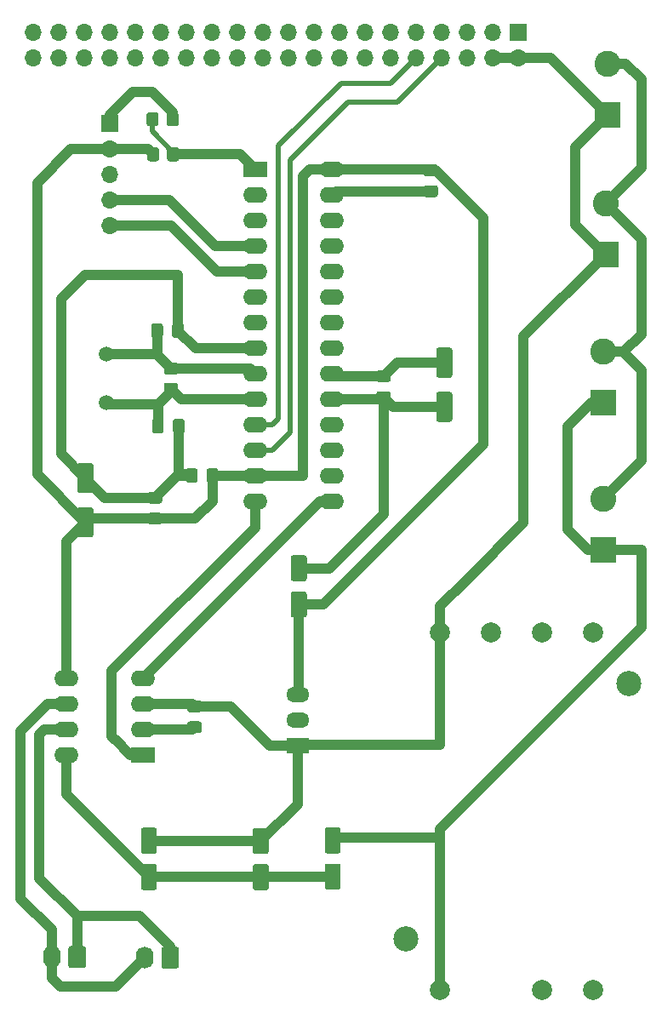
<source format=gbr>
%TF.GenerationSoftware,KiCad,Pcbnew,(5.1.10)-1*%
%TF.CreationDate,2022-05-23T16:21:35+02:00*%
%TF.ProjectId,Auto_Uart,4175746f-5f55-4617-9274-2e6b69636164,rev?*%
%TF.SameCoordinates,Original*%
%TF.FileFunction,Copper,L1,Top*%
%TF.FilePolarity,Positive*%
%FSLAX46Y46*%
G04 Gerber Fmt 4.6, Leading zero omitted, Abs format (unit mm)*
G04 Created by KiCad (PCBNEW (5.1.10)-1) date 2022-05-23 16:21:35*
%MOMM*%
%LPD*%
G01*
G04 APERTURE LIST*
%TA.AperFunction,ComponentPad*%
%ADD10O,1.700000X1.700000*%
%TD*%
%TA.AperFunction,ComponentPad*%
%ADD11R,1.700000X1.700000*%
%TD*%
%TA.AperFunction,ComponentPad*%
%ADD12C,2.000000*%
%TD*%
%TA.AperFunction,ComponentPad*%
%ADD13C,2.500000*%
%TD*%
%TA.AperFunction,ComponentPad*%
%ADD14R,2.600000X2.600000*%
%TD*%
%TA.AperFunction,ComponentPad*%
%ADD15C,2.600000*%
%TD*%
%TA.AperFunction,ComponentPad*%
%ADD16R,2.300000X1.500000*%
%TD*%
%TA.AperFunction,ComponentPad*%
%ADD17O,2.300000X1.500000*%
%TD*%
%TA.AperFunction,ComponentPad*%
%ADD18R,2.400000X1.600000*%
%TD*%
%TA.AperFunction,ComponentPad*%
%ADD19O,2.400000X1.600000*%
%TD*%
%TA.AperFunction,ComponentPad*%
%ADD20O,1.740000X2.190000*%
%TD*%
%TA.AperFunction,ComponentPad*%
%ADD21C,1.500000*%
%TD*%
%TA.AperFunction,Conductor*%
%ADD22C,0.250000*%
%TD*%
%TA.AperFunction,Conductor*%
%ADD23C,1.000000*%
%TD*%
%TA.AperFunction,Conductor*%
%ADD24C,0.500000*%
%TD*%
G04 APERTURE END LIST*
D10*
%TO.P,J1,5*%
%TO.N,/PGC*%
X-7467600Y-17627600D03*
%TO.P,J1,4*%
%TO.N,/PGD*%
X-7467600Y-15087600D03*
%TO.P,J1,3*%
%TO.N,GND*%
X-7467600Y-12547600D03*
%TO.P,J1,2*%
%TO.N,+3V3*%
X-7467600Y-10007600D03*
D11*
%TO.P,J1,1*%
%TO.N,Net-(J1-Pad1)*%
X-7467600Y-7467600D03*
%TD*%
D12*
%TO.P,PS1,1*%
%TO.N,+6V*%
X25400000Y-93599000D03*
%TO.P,PS1,2*%
%TO.N,GND*%
X35560000Y-93599000D03*
%TO.P,PS1,3*%
X40640000Y-93599000D03*
%TO.P,PS1,4*%
%TO.N,Net-(PS1-Pad4)*%
X40640000Y-58039000D03*
%TO.P,PS1,5*%
%TO.N,GND*%
X35560000Y-58039000D03*
%TO.P,PS1,6*%
%TO.N,Net-(PS1-Pad6)*%
X30480000Y-58039000D03*
%TO.P,PS1,7*%
%TO.N,+5V*%
X25400000Y-58039000D03*
D13*
%TO.P,PS1,10*%
%TO.N,GND*%
X22020000Y-88519000D03*
%TO.P,PS1,11*%
X44170000Y-63119000D03*
%TD*%
D14*
%TO.P,J7,1*%
%TO.N,+5V*%
X42011600Y-6578600D03*
D15*
%TO.P,J7,2*%
%TO.N,GND*%
X42011600Y-1498600D03*
%TD*%
D14*
%TO.P,J5,1*%
%TO.N,+6V*%
X41656000Y-35255200D03*
D15*
%TO.P,J5,2*%
%TO.N,GND*%
X41656000Y-30175200D03*
%TD*%
D16*
%TO.P,U1,1*%
%TO.N,+5V*%
X11201400Y-69342000D03*
D17*
%TO.P,U1,2*%
%TO.N,GND*%
X11201400Y-66802000D03*
%TO.P,U1,3*%
%TO.N,+3V3*%
X11201400Y-64262000D03*
%TD*%
D18*
%TO.P,IC1,1*%
%TO.N,/TXD*%
X-4191000Y-70281800D03*
D19*
%TO.P,IC1,5*%
%TO.N,+3V3*%
X-11811000Y-62661800D03*
%TO.P,IC1,2*%
%TO.N,GND*%
X-4191000Y-67741800D03*
%TO.P,IC1,6*%
%TO.N,Net-(IC1-Pad6)*%
X-11811000Y-65201800D03*
%TO.P,IC1,3*%
%TO.N,+5V*%
X-4191000Y-65201800D03*
%TO.P,IC1,7*%
%TO.N,Net-(IC1-Pad7)*%
X-11811000Y-67741800D03*
%TO.P,IC1,4*%
%TO.N,/RXD*%
X-4191000Y-62661800D03*
%TO.P,IC1,8*%
%TO.N,GND*%
X-11811000Y-70281800D03*
%TD*%
%TO.P,C1,2*%
%TO.N,GND*%
%TA.AperFunction,SMDPad,CuDef*%
G36*
G01*
X464800Y-66917900D02*
X1414800Y-66917900D01*
G75*
G02*
X1664800Y-67167900I0J-250000D01*
G01*
X1664800Y-67842900D01*
G75*
G02*
X1414800Y-68092900I-250000J0D01*
G01*
X464800Y-68092900D01*
G75*
G02*
X214800Y-67842900I0J250000D01*
G01*
X214800Y-67167900D01*
G75*
G02*
X464800Y-66917900I250000J0D01*
G01*
G37*
%TD.AperFunction*%
%TO.P,C1,1*%
%TO.N,+5V*%
%TA.AperFunction,SMDPad,CuDef*%
G36*
G01*
X464800Y-64842900D02*
X1414800Y-64842900D01*
G75*
G02*
X1664800Y-65092900I0J-250000D01*
G01*
X1664800Y-65767900D01*
G75*
G02*
X1414800Y-66017900I-250000J0D01*
G01*
X464800Y-66017900D01*
G75*
G02*
X214800Y-65767900I0J250000D01*
G01*
X214800Y-65092900D01*
G75*
G02*
X464800Y-64842900I250000J0D01*
G01*
G37*
%TD.AperFunction*%
%TD*%
%TO.P,C2,1*%
%TO.N,+3V3*%
%TA.AperFunction,SMDPad,CuDef*%
G36*
G01*
X-9356000Y-48622800D02*
X-10456000Y-48622800D01*
G75*
G02*
X-10706000Y-48372800I0J250000D01*
G01*
X-10706000Y-45872800D01*
G75*
G02*
X-10456000Y-45622800I250000J0D01*
G01*
X-9356000Y-45622800D01*
G75*
G02*
X-9106000Y-45872800I0J-250000D01*
G01*
X-9106000Y-48372800D01*
G75*
G02*
X-9356000Y-48622800I-250000J0D01*
G01*
G37*
%TD.AperFunction*%
%TO.P,C2,2*%
%TO.N,GND*%
%TA.AperFunction,SMDPad,CuDef*%
G36*
G01*
X-9356000Y-44222800D02*
X-10456000Y-44222800D01*
G75*
G02*
X-10706000Y-43972800I0J250000D01*
G01*
X-10706000Y-41472800D01*
G75*
G02*
X-10456000Y-41222800I250000J0D01*
G01*
X-9356000Y-41222800D01*
G75*
G02*
X-9106000Y-41472800I0J-250000D01*
G01*
X-9106000Y-43972800D01*
G75*
G02*
X-9356000Y-44222800I-250000J0D01*
G01*
G37*
%TD.AperFunction*%
%TD*%
%TO.P,C3,2*%
%TO.N,Net-(C3-Pad2)*%
%TA.AperFunction,SMDPad,CuDef*%
G36*
G01*
X-2104900Y-37091600D02*
X-2104900Y-38041600D01*
G75*
G02*
X-2354900Y-38291600I-250000J0D01*
G01*
X-3029900Y-38291600D01*
G75*
G02*
X-3279900Y-38041600I0J250000D01*
G01*
X-3279900Y-37091600D01*
G75*
G02*
X-3029900Y-36841600I250000J0D01*
G01*
X-2354900Y-36841600D01*
G75*
G02*
X-2104900Y-37091600I0J-250000D01*
G01*
G37*
%TD.AperFunction*%
%TO.P,C3,1*%
%TO.N,GND*%
%TA.AperFunction,SMDPad,CuDef*%
G36*
G01*
X-29900Y-37091600D02*
X-29900Y-38041600D01*
G75*
G02*
X-279900Y-38291600I-250000J0D01*
G01*
X-954900Y-38291600D01*
G75*
G02*
X-1204900Y-38041600I0J250000D01*
G01*
X-1204900Y-37091600D01*
G75*
G02*
X-954900Y-36841600I250000J0D01*
G01*
X-279900Y-36841600D01*
G75*
G02*
X-29900Y-37091600I0J-250000D01*
G01*
G37*
%TD.AperFunction*%
%TD*%
%TO.P,C4,1*%
%TO.N,+3V3*%
%TA.AperFunction,SMDPad,CuDef*%
G36*
G01*
X3330700Y-41993800D02*
X3330700Y-42943800D01*
G75*
G02*
X3080700Y-43193800I-250000J0D01*
G01*
X2405700Y-43193800D01*
G75*
G02*
X2155700Y-42943800I0J250000D01*
G01*
X2155700Y-41993800D01*
G75*
G02*
X2405700Y-41743800I250000J0D01*
G01*
X3080700Y-41743800D01*
G75*
G02*
X3330700Y-41993800I0J-250000D01*
G01*
G37*
%TD.AperFunction*%
%TO.P,C4,2*%
%TO.N,GND*%
%TA.AperFunction,SMDPad,CuDef*%
G36*
G01*
X1255700Y-41993800D02*
X1255700Y-42943800D01*
G75*
G02*
X1005700Y-43193800I-250000J0D01*
G01*
X330700Y-43193800D01*
G75*
G02*
X80700Y-42943800I0J250000D01*
G01*
X80700Y-41993800D01*
G75*
G02*
X330700Y-41743800I250000J0D01*
G01*
X1005700Y-41743800D01*
G75*
G02*
X1255700Y-41993800I0J-250000D01*
G01*
G37*
%TD.AperFunction*%
%TD*%
%TO.P,C5,1*%
%TO.N,+3V3*%
%TA.AperFunction,SMDPad,CuDef*%
G36*
G01*
X-2496800Y-47341100D02*
X-3446800Y-47341100D01*
G75*
G02*
X-3696800Y-47091100I0J250000D01*
G01*
X-3696800Y-46416100D01*
G75*
G02*
X-3446800Y-46166100I250000J0D01*
G01*
X-2496800Y-46166100D01*
G75*
G02*
X-2246800Y-46416100I0J-250000D01*
G01*
X-2246800Y-47091100D01*
G75*
G02*
X-2496800Y-47341100I-250000J0D01*
G01*
G37*
%TD.AperFunction*%
%TO.P,C5,2*%
%TO.N,GND*%
%TA.AperFunction,SMDPad,CuDef*%
G36*
G01*
X-2496800Y-45266100D02*
X-3446800Y-45266100D01*
G75*
G02*
X-3696800Y-45016100I0J250000D01*
G01*
X-3696800Y-44341100D01*
G75*
G02*
X-3446800Y-44091100I250000J0D01*
G01*
X-2496800Y-44091100D01*
G75*
G02*
X-2246800Y-44341100I0J-250000D01*
G01*
X-2246800Y-45016100D01*
G75*
G02*
X-2496800Y-45266100I-250000J0D01*
G01*
G37*
%TD.AperFunction*%
%TD*%
%TO.P,C6,1*%
%TO.N,Net-(C6-Pad1)*%
%TA.AperFunction,SMDPad,CuDef*%
G36*
G01*
X-3352200Y-28542000D02*
X-3352200Y-27592000D01*
G75*
G02*
X-3102200Y-27342000I250000J0D01*
G01*
X-2427200Y-27342000D01*
G75*
G02*
X-2177200Y-27592000I0J-250000D01*
G01*
X-2177200Y-28542000D01*
G75*
G02*
X-2427200Y-28792000I-250000J0D01*
G01*
X-3102200Y-28792000D01*
G75*
G02*
X-3352200Y-28542000I0J250000D01*
G01*
G37*
%TD.AperFunction*%
%TO.P,C6,2*%
%TO.N,GND*%
%TA.AperFunction,SMDPad,CuDef*%
G36*
G01*
X-1277200Y-28542000D02*
X-1277200Y-27592000D01*
G75*
G02*
X-1027200Y-27342000I250000J0D01*
G01*
X-352200Y-27342000D01*
G75*
G02*
X-102200Y-27592000I0J-250000D01*
G01*
X-102200Y-28542000D01*
G75*
G02*
X-352200Y-28792000I-250000J0D01*
G01*
X-1027200Y-28792000D01*
G75*
G02*
X-1277200Y-28542000I0J250000D01*
G01*
G37*
%TD.AperFunction*%
%TD*%
%TO.P,C7,1*%
%TO.N,+5V*%
%TA.AperFunction,SMDPad,CuDef*%
G36*
G01*
X-4131400Y-77497600D02*
X-3031400Y-77497600D01*
G75*
G02*
X-2781400Y-77747600I0J-250000D01*
G01*
X-2781400Y-79847600D01*
G75*
G02*
X-3031400Y-80097600I-250000J0D01*
G01*
X-4131400Y-80097600D01*
G75*
G02*
X-4381400Y-79847600I0J250000D01*
G01*
X-4381400Y-77747600D01*
G75*
G02*
X-4131400Y-77497600I250000J0D01*
G01*
G37*
%TD.AperFunction*%
%TO.P,C7,2*%
%TO.N,GND*%
%TA.AperFunction,SMDPad,CuDef*%
G36*
G01*
X-4131400Y-81097600D02*
X-3031400Y-81097600D01*
G75*
G02*
X-2781400Y-81347600I0J-250000D01*
G01*
X-2781400Y-83447600D01*
G75*
G02*
X-3031400Y-83697600I-250000J0D01*
G01*
X-4131400Y-83697600D01*
G75*
G02*
X-4381400Y-83447600I0J250000D01*
G01*
X-4381400Y-81347600D01*
G75*
G02*
X-4131400Y-81097600I250000J0D01*
G01*
G37*
%TD.AperFunction*%
%TD*%
%TO.P,C8,1*%
%TO.N,+6V*%
%TA.AperFunction,SMDPad,CuDef*%
G36*
G01*
X14156600Y-77468800D02*
X15256600Y-77468800D01*
G75*
G02*
X15506600Y-77718800I0J-250000D01*
G01*
X15506600Y-79818800D01*
G75*
G02*
X15256600Y-80068800I-250000J0D01*
G01*
X14156600Y-80068800D01*
G75*
G02*
X13906600Y-79818800I0J250000D01*
G01*
X13906600Y-77718800D01*
G75*
G02*
X14156600Y-77468800I250000J0D01*
G01*
G37*
%TD.AperFunction*%
%TO.P,C8,2*%
%TO.N,GND*%
%TA.AperFunction,SMDPad,CuDef*%
G36*
G01*
X14156600Y-81068800D02*
X15256600Y-81068800D01*
G75*
G02*
X15506600Y-81318800I0J-250000D01*
G01*
X15506600Y-83418800D01*
G75*
G02*
X15256600Y-83668800I-250000J0D01*
G01*
X14156600Y-83668800D01*
G75*
G02*
X13906600Y-83418800I0J250000D01*
G01*
X13906600Y-81318800D01*
G75*
G02*
X14156600Y-81068800I250000J0D01*
G01*
G37*
%TD.AperFunction*%
%TD*%
%TO.P,C9,2*%
%TO.N,GND*%
%TA.AperFunction,SMDPad,CuDef*%
G36*
G01*
X6993800Y-81119600D02*
X8093800Y-81119600D01*
G75*
G02*
X8343800Y-81369600I0J-250000D01*
G01*
X8343800Y-83469600D01*
G75*
G02*
X8093800Y-83719600I-250000J0D01*
G01*
X6993800Y-83719600D01*
G75*
G02*
X6743800Y-83469600I0J250000D01*
G01*
X6743800Y-81369600D01*
G75*
G02*
X6993800Y-81119600I250000J0D01*
G01*
G37*
%TD.AperFunction*%
%TO.P,C9,1*%
%TO.N,+5V*%
%TA.AperFunction,SMDPad,CuDef*%
G36*
G01*
X6993800Y-77519600D02*
X8093800Y-77519600D01*
G75*
G02*
X8343800Y-77769600I0J-250000D01*
G01*
X8343800Y-79869600D01*
G75*
G02*
X8093800Y-80119600I-250000J0D01*
G01*
X6993800Y-80119600D01*
G75*
G02*
X6743800Y-79869600I0J250000D01*
G01*
X6743800Y-77769600D01*
G75*
G02*
X6993800Y-77519600I250000J0D01*
G01*
G37*
%TD.AperFunction*%
%TD*%
%TO.P,C10,2*%
%TO.N,GND*%
%TA.AperFunction,SMDPad,CuDef*%
G36*
G01*
X11878400Y-52995800D02*
X10778400Y-52995800D01*
G75*
G02*
X10528400Y-52745800I0J250000D01*
G01*
X10528400Y-50645800D01*
G75*
G02*
X10778400Y-50395800I250000J0D01*
G01*
X11878400Y-50395800D01*
G75*
G02*
X12128400Y-50645800I0J-250000D01*
G01*
X12128400Y-52745800D01*
G75*
G02*
X11878400Y-52995800I-250000J0D01*
G01*
G37*
%TD.AperFunction*%
%TO.P,C10,1*%
%TO.N,+3V3*%
%TA.AperFunction,SMDPad,CuDef*%
G36*
G01*
X11878400Y-56595800D02*
X10778400Y-56595800D01*
G75*
G02*
X10528400Y-56345800I0J250000D01*
G01*
X10528400Y-54245800D01*
G75*
G02*
X10778400Y-53995800I250000J0D01*
G01*
X11878400Y-53995800D01*
G75*
G02*
X12128400Y-54245800I0J-250000D01*
G01*
X12128400Y-56345800D01*
G75*
G02*
X11878400Y-56595800I-250000J0D01*
G01*
G37*
%TD.AperFunction*%
%TD*%
%TO.P,C11,2*%
%TO.N,+3V3*%
%TA.AperFunction,SMDPad,CuDef*%
G36*
G01*
X24935200Y-12703300D02*
X23985200Y-12703300D01*
G75*
G02*
X23735200Y-12453300I0J250000D01*
G01*
X23735200Y-11778300D01*
G75*
G02*
X23985200Y-11528300I250000J0D01*
G01*
X24935200Y-11528300D01*
G75*
G02*
X25185200Y-11778300I0J-250000D01*
G01*
X25185200Y-12453300D01*
G75*
G02*
X24935200Y-12703300I-250000J0D01*
G01*
G37*
%TD.AperFunction*%
%TO.P,C11,1*%
%TO.N,GND*%
%TA.AperFunction,SMDPad,CuDef*%
G36*
G01*
X24935200Y-14778300D02*
X23985200Y-14778300D01*
G75*
G02*
X23735200Y-14528300I0J250000D01*
G01*
X23735200Y-13853300D01*
G75*
G02*
X23985200Y-13603300I250000J0D01*
G01*
X24935200Y-13603300D01*
G75*
G02*
X25185200Y-13853300I0J-250000D01*
G01*
X25185200Y-14528300D01*
G75*
G02*
X24935200Y-14778300I-250000J0D01*
G01*
G37*
%TD.AperFunction*%
%TD*%
%TO.P,C12,1*%
%TO.N,Net-(C12-Pad1)*%
%TA.AperFunction,SMDPad,CuDef*%
G36*
G01*
X19286200Y-32008500D02*
X20236200Y-32008500D01*
G75*
G02*
X20486200Y-32258500I0J-250000D01*
G01*
X20486200Y-32933500D01*
G75*
G02*
X20236200Y-33183500I-250000J0D01*
G01*
X19286200Y-33183500D01*
G75*
G02*
X19036200Y-32933500I0J250000D01*
G01*
X19036200Y-32258500D01*
G75*
G02*
X19286200Y-32008500I250000J0D01*
G01*
G37*
%TD.AperFunction*%
%TO.P,C12,2*%
%TO.N,GND*%
%TA.AperFunction,SMDPad,CuDef*%
G36*
G01*
X19286200Y-34083500D02*
X20236200Y-34083500D01*
G75*
G02*
X20486200Y-34333500I0J-250000D01*
G01*
X20486200Y-35008500D01*
G75*
G02*
X20236200Y-35258500I-250000J0D01*
G01*
X19286200Y-35258500D01*
G75*
G02*
X19036200Y-35008500I0J250000D01*
G01*
X19036200Y-34333500D01*
G75*
G02*
X19286200Y-34083500I250000J0D01*
G01*
G37*
%TD.AperFunction*%
%TD*%
%TO.P,C13,2*%
%TO.N,GND*%
%TA.AperFunction,SMDPad,CuDef*%
G36*
G01*
X25256400Y-34151800D02*
X26356400Y-34151800D01*
G75*
G02*
X26606400Y-34401800I0J-250000D01*
G01*
X26606400Y-36901800D01*
G75*
G02*
X26356400Y-37151800I-250000J0D01*
G01*
X25256400Y-37151800D01*
G75*
G02*
X25006400Y-36901800I0J250000D01*
G01*
X25006400Y-34401800D01*
G75*
G02*
X25256400Y-34151800I250000J0D01*
G01*
G37*
%TD.AperFunction*%
%TO.P,C13,1*%
%TO.N,Net-(C12-Pad1)*%
%TA.AperFunction,SMDPad,CuDef*%
G36*
G01*
X25256400Y-29751800D02*
X26356400Y-29751800D01*
G75*
G02*
X26606400Y-30001800I0J-250000D01*
G01*
X26606400Y-32501800D01*
G75*
G02*
X26356400Y-32751800I-250000J0D01*
G01*
X25256400Y-32751800D01*
G75*
G02*
X25006400Y-32501800I0J250000D01*
G01*
X25006400Y-30001800D01*
G75*
G02*
X25256400Y-29751800I250000J0D01*
G01*
G37*
%TD.AperFunction*%
%TD*%
D18*
%TO.P,IC2,1*%
%TO.N,/MCLR*%
X7010400Y-12039600D03*
D19*
%TO.P,IC2,15*%
%TO.N,/RXD*%
X14630400Y-45059600D03*
%TO.P,IC2,2*%
%TO.N,Net-(IC2-Pad2)*%
X7010400Y-14579600D03*
%TO.P,IC2,16*%
%TO.N,Net-(IC2-Pad16)*%
X14630400Y-42519600D03*
%TO.P,IC2,3*%
%TO.N,Net-(IC2-Pad3)*%
X7010400Y-17119600D03*
%TO.P,IC2,17*%
%TO.N,Net-(IC2-Pad17)*%
X14630400Y-39979600D03*
%TO.P,IC2,4*%
%TO.N,/PGD*%
X7010400Y-19659600D03*
%TO.P,IC2,18*%
%TO.N,Net-(IC2-Pad18)*%
X14630400Y-37439600D03*
%TO.P,IC2,5*%
%TO.N,/PGC*%
X7010400Y-22199600D03*
%TO.P,IC2,19*%
%TO.N,GND*%
X14630400Y-34899600D03*
%TO.P,IC2,6*%
%TO.N,Net-(IC2-Pad6)*%
X7010400Y-24739600D03*
%TO.P,IC2,20*%
%TO.N,Net-(C12-Pad1)*%
X14630400Y-32359600D03*
%TO.P,IC2,7*%
%TO.N,Net-(IC2-Pad7)*%
X7010400Y-27279600D03*
%TO.P,IC2,21*%
%TO.N,Net-(IC2-Pad21)*%
X14630400Y-29819600D03*
%TO.P,IC2,8*%
%TO.N,GND*%
X7010400Y-29819600D03*
%TO.P,IC2,22*%
%TO.N,Net-(IC2-Pad22)*%
X14630400Y-27279600D03*
%TO.P,IC2,9*%
%TO.N,Net-(C6-Pad1)*%
X7010400Y-32359600D03*
%TO.P,IC2,23*%
%TO.N,Net-(IC2-Pad23)*%
X14630400Y-24739600D03*
%TO.P,IC2,10*%
%TO.N,Net-(C3-Pad2)*%
X7010400Y-34899600D03*
%TO.P,IC2,24*%
%TO.N,Net-(IC2-Pad24)*%
X14630400Y-22199600D03*
%TO.P,IC2,11*%
%TO.N,/Uart_RXD*%
X7010400Y-37439600D03*
%TO.P,IC2,25*%
%TO.N,Net-(IC2-Pad25)*%
X14630400Y-19659600D03*
%TO.P,IC2,12*%
%TO.N,/Uart_TXD*%
X7010400Y-39979600D03*
%TO.P,IC2,26*%
%TO.N,Net-(IC2-Pad26)*%
X14630400Y-17119600D03*
%TO.P,IC2,13*%
%TO.N,+3V3*%
X7010400Y-42519600D03*
%TO.P,IC2,27*%
%TO.N,GND*%
X14630400Y-14579600D03*
%TO.P,IC2,14*%
%TO.N,/TXD*%
X7010400Y-45059600D03*
%TO.P,IC2,28*%
%TO.N,+3V3*%
X14630400Y-12039600D03*
%TD*%
%TO.P,J2,1*%
%TO.N,Net-(IC1-Pad7)*%
%TA.AperFunction,ComponentPad*%
G36*
G01*
X-603200Y-89578999D02*
X-603200Y-91269001D01*
G75*
G02*
X-853199Y-91519000I-249999J0D01*
G01*
X-2093201Y-91519000D01*
G75*
G02*
X-2343200Y-91269001I0J249999D01*
G01*
X-2343200Y-89578999D01*
G75*
G02*
X-2093201Y-89329000I249999J0D01*
G01*
X-853199Y-89329000D01*
G75*
G02*
X-603200Y-89578999I0J-249999D01*
G01*
G37*
%TD.AperFunction*%
D20*
%TO.P,J2,2*%
%TO.N,Net-(IC1-Pad6)*%
X-4013200Y-90424000D03*
%TD*%
%TO.P,J3,2*%
%TO.N,Net-(IC1-Pad6)*%
X-13258800Y-90373200D03*
%TO.P,J3,1*%
%TO.N,Net-(IC1-Pad7)*%
%TA.AperFunction,ComponentPad*%
G36*
G01*
X-9848800Y-89528199D02*
X-9848800Y-91218201D01*
G75*
G02*
X-10098799Y-91468200I-249999J0D01*
G01*
X-11338801Y-91468200D01*
G75*
G02*
X-11588800Y-91218201I0J249999D01*
G01*
X-11588800Y-89528199D01*
G75*
G02*
X-11338801Y-89278200I249999J0D01*
G01*
X-10098799Y-89278200D01*
G75*
G02*
X-9848800Y-89528199I0J-249999D01*
G01*
G37*
%TD.AperFunction*%
%TD*%
D15*
%TO.P,J4,2*%
%TO.N,GND*%
X41605200Y-44754800D03*
D14*
%TO.P,J4,1*%
%TO.N,+6V*%
X41605200Y-49834800D03*
%TD*%
D15*
%TO.P,J6,2*%
%TO.N,GND*%
X41859200Y-15367000D03*
D14*
%TO.P,J6,1*%
%TO.N,+5V*%
X41859200Y-20447000D03*
%TD*%
%TO.P,R1,1*%
%TO.N,Net-(J1-Pad1)*%
%TA.AperFunction,SMDPad,CuDef*%
G36*
G01*
X-625800Y-6585799D02*
X-625800Y-7485801D01*
G75*
G02*
X-875799Y-7735800I-249999J0D01*
G01*
X-1575801Y-7735800D01*
G75*
G02*
X-1825800Y-7485801I0J249999D01*
G01*
X-1825800Y-6585799D01*
G75*
G02*
X-1575801Y-6335800I249999J0D01*
G01*
X-875799Y-6335800D01*
G75*
G02*
X-625800Y-6585799I0J-249999D01*
G01*
G37*
%TD.AperFunction*%
%TO.P,R1,2*%
%TO.N,/MCLR*%
%TA.AperFunction,SMDPad,CuDef*%
G36*
G01*
X-2625800Y-6585799D02*
X-2625800Y-7485801D01*
G75*
G02*
X-2875799Y-7735800I-249999J0D01*
G01*
X-3575801Y-7735800D01*
G75*
G02*
X-3825800Y-7485801I0J249999D01*
G01*
X-3825800Y-6585799D01*
G75*
G02*
X-3575801Y-6335800I249999J0D01*
G01*
X-2875799Y-6335800D01*
G75*
G02*
X-2625800Y-6585799I0J-249999D01*
G01*
G37*
%TD.AperFunction*%
%TD*%
%TO.P,R2,2*%
%TO.N,+3V3*%
%TA.AperFunction,SMDPad,CuDef*%
G36*
G01*
X-2575000Y-10065599D02*
X-2575000Y-10965601D01*
G75*
G02*
X-2824999Y-11215600I-249999J0D01*
G01*
X-3525001Y-11215600D01*
G75*
G02*
X-3775000Y-10965601I0J249999D01*
G01*
X-3775000Y-10065599D01*
G75*
G02*
X-3525001Y-9815600I249999J0D01*
G01*
X-2824999Y-9815600D01*
G75*
G02*
X-2575000Y-10065599I0J-249999D01*
G01*
G37*
%TD.AperFunction*%
%TO.P,R2,1*%
%TO.N,/MCLR*%
%TA.AperFunction,SMDPad,CuDef*%
G36*
G01*
X-575000Y-10065599D02*
X-575000Y-10965601D01*
G75*
G02*
X-824999Y-11215600I-249999J0D01*
G01*
X-1525001Y-11215600D01*
G75*
G02*
X-1775000Y-10965601I0J249999D01*
G01*
X-1775000Y-10065599D01*
G75*
G02*
X-1525001Y-9815600I249999J0D01*
G01*
X-824999Y-9815600D01*
G75*
G02*
X-575000Y-10065599I0J-249999D01*
G01*
G37*
%TD.AperFunction*%
%TD*%
%TO.P,R3,1*%
%TO.N,Net-(C6-Pad1)*%
%TA.AperFunction,SMDPad,CuDef*%
G36*
G01*
X-1847001Y-31232800D02*
X-946999Y-31232800D01*
G75*
G02*
X-697000Y-31482799I0J-249999D01*
G01*
X-697000Y-32182801D01*
G75*
G02*
X-946999Y-32432800I-249999J0D01*
G01*
X-1847001Y-32432800D01*
G75*
G02*
X-2097000Y-32182801I0J249999D01*
G01*
X-2097000Y-31482799D01*
G75*
G02*
X-1847001Y-31232800I249999J0D01*
G01*
G37*
%TD.AperFunction*%
%TO.P,R3,2*%
%TO.N,Net-(C3-Pad2)*%
%TA.AperFunction,SMDPad,CuDef*%
G36*
G01*
X-1847001Y-33232800D02*
X-946999Y-33232800D01*
G75*
G02*
X-697000Y-33482799I0J-249999D01*
G01*
X-697000Y-34182801D01*
G75*
G02*
X-946999Y-34432800I-249999J0D01*
G01*
X-1847001Y-34432800D01*
G75*
G02*
X-2097000Y-34182801I0J249999D01*
G01*
X-2097000Y-33482799D01*
G75*
G02*
X-1847001Y-33232800I249999J0D01*
G01*
G37*
%TD.AperFunction*%
%TD*%
D21*
%TO.P,Y1,1*%
%TO.N,Net-(C3-Pad2)*%
X-7797800Y-35255200D03*
%TO.P,Y1,2*%
%TO.N,Net-(C6-Pad1)*%
X-7797800Y-30375200D03*
%TD*%
D11*
%TO.P,J8,1*%
%TO.N,Net-(J8-Pad1)*%
X33121600Y1574800D03*
D10*
%TO.P,J8,2*%
%TO.N,+5V*%
X33121600Y-965200D03*
%TO.P,J8,3*%
%TO.N,Net-(J8-Pad3)*%
X30581600Y1574800D03*
%TO.P,J8,4*%
%TO.N,+5V*%
X30581600Y-965200D03*
%TO.P,J8,5*%
%TO.N,Net-(J8-Pad5)*%
X28041600Y1574800D03*
%TO.P,J8,6*%
%TO.N,GND*%
X28041600Y-965200D03*
%TO.P,J8,7*%
%TO.N,Net-(J8-Pad7)*%
X25501600Y1574800D03*
%TO.P,J8,8*%
%TO.N,/Uart_TXD*%
X25501600Y-965200D03*
%TO.P,J8,9*%
%TO.N,GND*%
X22961600Y1574800D03*
%TO.P,J8,10*%
%TO.N,/Uart_RXD*%
X22961600Y-965200D03*
%TO.P,J8,11*%
%TO.N,Net-(J8-Pad11)*%
X20421600Y1574800D03*
%TO.P,J8,12*%
%TO.N,Net-(J8-Pad12)*%
X20421600Y-965200D03*
%TO.P,J8,13*%
%TO.N,Net-(J8-Pad13)*%
X17881600Y1574800D03*
%TO.P,J8,14*%
%TO.N,GND*%
X17881600Y-965200D03*
%TO.P,J8,15*%
%TO.N,Net-(J8-Pad15)*%
X15341600Y1574800D03*
%TO.P,J8,16*%
%TO.N,Net-(J8-Pad16)*%
X15341600Y-965200D03*
%TO.P,J8,17*%
%TO.N,Net-(J8-Pad17)*%
X12801600Y1574800D03*
%TO.P,J8,18*%
%TO.N,Net-(J8-Pad18)*%
X12801600Y-965200D03*
%TO.P,J8,19*%
%TO.N,Net-(J8-Pad19)*%
X10261600Y1574800D03*
%TO.P,J8,20*%
%TO.N,GND*%
X10261600Y-965200D03*
%TO.P,J8,21*%
%TO.N,Net-(J8-Pad21)*%
X7721600Y1574800D03*
%TO.P,J8,22*%
%TO.N,Net-(J8-Pad22)*%
X7721600Y-965200D03*
%TO.P,J8,23*%
%TO.N,Net-(J8-Pad23)*%
X5181600Y1574800D03*
%TO.P,J8,24*%
%TO.N,Net-(J8-Pad24)*%
X5181600Y-965200D03*
%TO.P,J8,25*%
%TO.N,GND*%
X2641600Y1574800D03*
%TO.P,J8,26*%
%TO.N,Net-(J8-Pad26)*%
X2641600Y-965200D03*
%TO.P,J8,27*%
%TO.N,Net-(J8-Pad27)*%
X101600Y1574800D03*
%TO.P,J8,28*%
%TO.N,Net-(J8-Pad28)*%
X101600Y-965200D03*
%TO.P,J8,29*%
%TO.N,Net-(J8-Pad29)*%
X-2438400Y1574800D03*
%TO.P,J8,30*%
%TO.N,GND*%
X-2438400Y-965200D03*
%TO.P,J8,31*%
%TO.N,Net-(J8-Pad31)*%
X-4978400Y1574800D03*
%TO.P,J8,32*%
%TO.N,Net-(J8-Pad32)*%
X-4978400Y-965200D03*
%TO.P,J8,33*%
%TO.N,Net-(J8-Pad33)*%
X-7518400Y1574800D03*
%TO.P,J8,34*%
%TO.N,GND*%
X-7518400Y-965200D03*
%TO.P,J8,35*%
%TO.N,Net-(J8-Pad35)*%
X-10058400Y1574800D03*
%TO.P,J8,36*%
%TO.N,Net-(J8-Pad36)*%
X-10058400Y-965200D03*
%TO.P,J8,37*%
%TO.N,Net-(J8-Pad37)*%
X-12598400Y1574800D03*
%TO.P,J8,38*%
%TO.N,Net-(J8-Pad38)*%
X-12598400Y-965200D03*
%TO.P,J8,39*%
%TO.N,GND*%
X-15138400Y1574800D03*
%TO.P,J8,40*%
%TO.N,Net-(J8-Pad40)*%
X-15138400Y-965200D03*
%TD*%
D22*
%TO.N,GND*%
X-498200Y-41910000D02*
X-617400Y-41790800D01*
X812800Y-41910000D02*
X-498200Y-41910000D01*
X-617400Y-37566600D02*
X-617400Y-41790800D01*
X-3962400Y-67513200D02*
X-4191000Y-67741800D01*
X965200Y-67513200D02*
X-3962400Y-67513200D01*
X-11811000Y-73279000D02*
X-11709400Y-73380600D01*
X14398400Y-51695800D02*
X15648100Y-50446100D01*
X15648100Y-50446100D02*
X19761200Y-46333000D01*
X15265400Y-50828800D02*
X15648100Y-50446100D01*
D23*
X14398400Y-51695800D02*
X19761200Y-46333000D01*
X11328400Y-51695800D02*
X14398400Y-51695800D01*
X19761200Y-34671000D02*
X19761200Y-46333000D01*
X20742000Y-35651800D02*
X19761200Y-34671000D01*
X25806400Y-35651800D02*
X20742000Y-35651800D01*
X19532600Y-34899600D02*
X19761200Y-34671000D01*
X14630400Y-34899600D02*
X19532600Y-34899600D01*
X1062900Y-29819600D02*
X-689700Y-28067000D01*
X7010400Y-29819600D02*
X1062900Y-29819600D01*
X-689700Y-22533700D02*
X-685800Y-22529800D01*
X-689700Y-28067000D02*
X-689700Y-22533700D01*
D22*
X-685800Y-22529800D02*
X-685800Y-28067000D01*
D23*
X-422000Y-42468800D02*
X-617400Y-42273400D01*
X668200Y-42468800D02*
X-422000Y-42468800D01*
D22*
X-617400Y-41790800D02*
X-617400Y-42273400D01*
D23*
X-617400Y-42324200D02*
X-2971800Y-44678600D01*
X-617400Y-37566600D02*
X-617400Y-42324200D01*
X703400Y-67741800D02*
X939800Y-67505400D01*
X-4191000Y-67741800D02*
X703400Y-67741800D01*
X45415200Y-40944800D02*
X45415200Y-40792400D01*
X41605200Y-44754800D02*
X45415200Y-40944800D01*
X43586400Y-30175200D02*
X45415200Y-32004000D01*
X41656000Y-30175200D02*
X43586400Y-30175200D01*
D22*
X45415200Y-40792400D02*
X45415200Y-32004000D01*
D23*
X45415200Y-32004000D02*
X45415200Y-40944800D01*
X41656000Y-30175200D02*
X43688000Y-30175200D01*
X43688000Y-30175200D02*
X45415200Y-28448000D01*
X45415200Y-18923000D02*
X41859200Y-15367000D01*
X45415200Y-28448000D02*
X45415200Y-18923000D01*
X45415200Y-11811000D02*
X45415200Y-11303000D01*
X41859200Y-15367000D02*
X45415200Y-11811000D01*
X43865800Y-1498600D02*
X45415200Y-3048000D01*
X42011600Y-1498600D02*
X43865800Y-1498600D01*
X45415200Y-3200400D02*
X45415200Y-11811000D01*
D22*
X45415200Y-11303000D02*
X45415200Y-3200400D01*
X45415200Y-3200400D02*
X45415200Y-3048000D01*
D23*
X15019200Y-14190800D02*
X14630400Y-14579600D01*
X24460200Y-14190800D02*
X15019200Y-14190800D01*
X-11811000Y-74168000D02*
X-11811000Y-70281800D01*
X-3581400Y-82397600D02*
X-11811000Y-74168000D01*
X-12293600Y-40335200D02*
X-9906000Y-42722800D01*
X-12293600Y-24892000D02*
X-12293600Y-40335200D01*
X-9931400Y-22529800D02*
X-12293600Y-24892000D01*
X-685800Y-22529800D02*
X-9931400Y-22529800D01*
X-7950200Y-44678600D02*
X-9906000Y-42722800D01*
X-2971800Y-44678600D02*
X-7950200Y-44678600D01*
X-3552600Y-82368800D02*
X-3581400Y-82397600D01*
X14706600Y-82368800D02*
X-3552600Y-82368800D01*
D22*
%TO.N,+5V*%
X728800Y-65201800D02*
X965200Y-65438200D01*
X-3954600Y-65438200D02*
X-4191000Y-65201800D01*
X965200Y-65438200D02*
X-3954600Y-65438200D01*
X-3556000Y-78772200D02*
X-3581400Y-78797600D01*
X-4216400Y-65176400D02*
X-4191000Y-65201800D01*
D23*
X41859200Y-20447000D02*
X41757600Y-20447000D01*
X41757600Y-20447000D02*
X38811200Y-17500600D01*
X38811200Y-9779000D02*
X42011600Y-6578600D01*
X38811200Y-17500600D02*
X38811200Y-9779000D01*
X11201400Y-69342000D02*
X8458200Y-69342000D01*
X4546600Y-65430400D02*
X939800Y-65430400D01*
X8458200Y-69342000D02*
X4546600Y-65430400D01*
X711200Y-65201800D02*
X939800Y-65430400D01*
X-4191000Y-65201800D02*
X711200Y-65201800D01*
X11201400Y-75162000D02*
X7543800Y-78819600D01*
X11201400Y-69342000D02*
X11201400Y-75162000D01*
X-3559400Y-78819600D02*
X-3581400Y-78797600D01*
X7543800Y-78819600D02*
X-3559400Y-78819600D01*
X33680400Y-28625800D02*
X41859200Y-20447000D01*
X33680400Y-47193200D02*
X33680400Y-28625800D01*
X30581600Y-965200D02*
X33121600Y-965200D01*
X36398200Y-965200D02*
X42011600Y-6578600D01*
X33121600Y-965200D02*
X36398200Y-965200D01*
X25400000Y-55473600D02*
X28054300Y-52819300D01*
X25400000Y-58039000D02*
X25400000Y-55473600D01*
X28054300Y-52819300D02*
X33680400Y-47193200D01*
X27635200Y-53238400D02*
X28054300Y-52819300D01*
X25400000Y-69215000D02*
X11201400Y-69215000D01*
X25400000Y-58039000D02*
X25400000Y-69215000D01*
D22*
%TO.N,+3V3*%
X-482600Y-46736000D02*
X-7071000Y-46736000D01*
X7010400Y-42519600D02*
X2870200Y-42519600D01*
X14651900Y-12061100D02*
X14630400Y-12039600D01*
X24714200Y-12061100D02*
X14651900Y-12061100D01*
X14097000Y-11506200D02*
X14630400Y-12039600D01*
X11277600Y-54352600D02*
X11277600Y-60782200D01*
D23*
X24384000Y-12039600D02*
X24460200Y-12115800D01*
X14630400Y-12039600D02*
X24384000Y-12039600D01*
X29718000Y-16868316D02*
X29718000Y-17398646D01*
X24965484Y-12115800D02*
X29718000Y-16868316D01*
X24460200Y-12115800D02*
X24965484Y-12115800D01*
X11328400Y-55295800D02*
X13766800Y-55295800D01*
X13766800Y-55295800D02*
X29718000Y-39344600D01*
D22*
X29718000Y-39344600D02*
X29718000Y-17398646D01*
D23*
X29718000Y-39344600D02*
X29718000Y-16868316D01*
X11734800Y-12735200D02*
X11734800Y-42494200D01*
X12430400Y-12039600D02*
X11734800Y-12735200D01*
X14630400Y-12039600D02*
X12430400Y-12039600D01*
D22*
X11734800Y-42494200D02*
X7010400Y-42494200D01*
D23*
X11709400Y-42519600D02*
X11734800Y-42494200D01*
X7010400Y-42519600D02*
X11709400Y-42519600D01*
X6959600Y-42468800D02*
X7010400Y-42519600D01*
X2743200Y-42468800D02*
X6959600Y-42468800D01*
X-3683000Y-10007600D02*
X-3175000Y-10515600D01*
X-7467600Y-10007600D02*
X-3683000Y-10007600D01*
X11328400Y-64135000D02*
X11201400Y-64262000D01*
X11328400Y-55295800D02*
X11328400Y-64135000D01*
X-14706600Y-42322200D02*
X-9906000Y-47122800D01*
X-14706600Y-13335000D02*
X-14706600Y-42322200D01*
X-11379200Y-10007600D02*
X-14706600Y-13335000D01*
X-7467600Y-10007600D02*
X-11379200Y-10007600D01*
X-9536800Y-46753600D02*
X-9906000Y-47122800D01*
X-2971800Y-46753600D02*
X-9536800Y-46753600D01*
X-11811000Y-49027800D02*
X-9906000Y-47122800D01*
X-11811000Y-62661800D02*
X-11811000Y-49027800D01*
X-2954200Y-46736000D02*
X-2971800Y-46753600D01*
X1023800Y-46753600D02*
X2743200Y-45034200D01*
X-2971800Y-46753600D02*
X1023800Y-46753600D01*
X2743200Y-42468800D02*
X2743200Y-45034200D01*
D24*
%TO.N,Net-(C3-Pad2)*%
X-2819400Y-35255200D02*
X-1397000Y-33832800D01*
X-7797800Y-35255200D02*
X-2819400Y-35255200D01*
X-2692400Y-35382200D02*
X-2819400Y-35255200D01*
D23*
X-330200Y-34899600D02*
X-1397000Y-33832800D01*
X7010400Y-34899600D02*
X-330200Y-34899600D01*
X-1397000Y-34086800D02*
X-2692400Y-35382200D01*
X-1397000Y-33832800D02*
X-1397000Y-34086800D01*
X-7670800Y-35382200D02*
X-7797800Y-35255200D01*
X-2692400Y-35382200D02*
X-7670800Y-35382200D01*
X-2692400Y-35382200D02*
X-2692400Y-37566600D01*
D24*
%TO.N,Net-(C6-Pad1)*%
X-2764700Y-30465100D02*
X-2670300Y-30559500D01*
X-2764700Y-28067000D02*
X-2764700Y-30465100D01*
X-2670300Y-30559500D02*
X-1397000Y-31832800D01*
X-2854600Y-30375200D02*
X-2670300Y-30559500D01*
D23*
X-2854600Y-30375200D02*
X-1397000Y-31832800D01*
X-7797800Y-30375200D02*
X-2854600Y-30375200D01*
X-2764700Y-30285300D02*
X-2854600Y-30375200D01*
X-2764700Y-28067000D02*
X-2764700Y-30285300D01*
X6483600Y-31832800D02*
X-1397000Y-31832800D01*
X7010400Y-32359600D02*
X6483600Y-31832800D01*
%TO.N,+6V*%
X40106600Y-49834800D02*
X38100000Y-47828200D01*
X41605200Y-49834800D02*
X40106600Y-49834800D01*
X40462200Y-35255200D02*
X38100000Y-37617400D01*
X41656000Y-35255200D02*
X40462200Y-35255200D01*
X38100000Y-37617400D02*
X38100000Y-47828200D01*
X25400000Y-93599000D02*
X25400000Y-78486000D01*
X25400000Y-78486000D02*
X14706600Y-78486000D01*
X25400000Y-78486000D02*
X25400000Y-77597000D01*
X45415200Y-57581800D02*
X45415200Y-49834800D01*
X25400000Y-77597000D02*
X45415200Y-57581800D01*
X41605200Y-49834800D02*
X45415200Y-49834800D01*
%TO.N,Net-(C12-Pad1)*%
X21105400Y-31251800D02*
X19761200Y-32596000D01*
X25806400Y-31251800D02*
X21105400Y-31251800D01*
X14866800Y-32596000D02*
X14630400Y-32359600D01*
X19761200Y-32596000D02*
X14866800Y-32596000D01*
%TO.N,/TXD*%
X7010400Y-47625000D02*
X-7289800Y-61925200D01*
X7010400Y-45059600D02*
X7010400Y-47625000D01*
X-7289800Y-68402200D02*
X-6985000Y-68707000D01*
X-7289800Y-61925200D02*
X-7289800Y-68402200D01*
X-5410200Y-70281800D02*
X-6921500Y-68770500D01*
X-4191000Y-70281800D02*
X-5410200Y-70281800D01*
D24*
X-6921500Y-68770500D02*
X-6985000Y-68707000D01*
%TO.N,Net-(IC1-Pad6)*%
X-4013200Y-90424000D02*
X-4038600Y-90424000D01*
X-13258800Y-90373200D02*
X-13258800Y-91236800D01*
D23*
X-13658051Y-65201800D02*
X-11811000Y-65201800D01*
X-16332200Y-67875949D02*
X-13658051Y-65201800D01*
X-16332200Y-84556600D02*
X-16332200Y-67875949D01*
X-13258800Y-87630000D02*
X-16332200Y-84556600D01*
X-13258800Y-90373200D02*
X-13258800Y-87630000D01*
X-4013200Y-90424000D02*
X-6908800Y-93319600D01*
X-13258800Y-92468200D02*
X-13258800Y-90373200D01*
X-12407400Y-93319600D02*
X-13258800Y-92468200D01*
X-6908800Y-93319600D02*
X-12407400Y-93319600D01*
D24*
%TO.N,Net-(IC1-Pad7)*%
X-10718800Y-90373200D02*
X-10718800Y-88036400D01*
D22*
X-10718800Y-88036400D02*
X-10718800Y-87807800D01*
D24*
X-10718800Y-88036400D02*
X-10718800Y-87858600D01*
D23*
X-10718800Y-90373200D02*
X-10718800Y-86309200D01*
X-10718800Y-86309200D02*
X-14478000Y-82550000D01*
X-14011000Y-67741800D02*
X-11811000Y-67741800D01*
X-14478000Y-68208800D02*
X-14011000Y-67741800D01*
X-14478000Y-82550000D02*
X-14478000Y-68208800D01*
X-4493000Y-86309200D02*
X-10718800Y-86309200D01*
X-1473200Y-89329000D02*
X-4493000Y-86309200D01*
X-1473200Y-90424000D02*
X-1473200Y-89329000D01*
%TO.N,/RXD*%
X13411200Y-45059600D02*
X-4191000Y-62661800D01*
X14630400Y-45059600D02*
X13411200Y-45059600D01*
D24*
%TO.N,/MCLR*%
X-3225800Y-8250570D02*
X-1175000Y-10301370D01*
X-1175000Y-10301370D02*
X-1175000Y-10515600D01*
X-3225800Y-7035800D02*
X-3225800Y-8250570D01*
D23*
X5486400Y-10515600D02*
X7010400Y-12039600D01*
X-1175000Y-10515600D02*
X5486400Y-10515600D01*
%TO.N,/PGD*%
X-7467600Y-15087600D02*
X-1574800Y-15087600D01*
X-1574800Y-15087600D02*
X2997200Y-19659600D01*
X7010400Y-19659600D02*
X2997200Y-19659600D01*
%TO.N,/PGC*%
X7010400Y-22199600D02*
X3200400Y-22199600D01*
X3200400Y-22199600D02*
X-1371600Y-17627600D01*
X-1371600Y-17627600D02*
X-7467600Y-17627600D01*
D24*
%TO.N,/Uart_TXD*%
X8710400Y-39979600D02*
X7010400Y-39979600D01*
X10484790Y-38205210D02*
X8710400Y-39979600D01*
X10484790Y-11054410D02*
X10484790Y-38205210D01*
X25501600Y-965200D02*
X21132800Y-5334000D01*
X16205200Y-5334000D02*
X10484790Y-11054410D01*
X21132800Y-5334000D02*
X16205200Y-5334000D01*
D22*
%TO.N,/Uart_RXD*%
X9321800Y-10564400D02*
X9321800Y-11709400D01*
D24*
X9321800Y-9677400D02*
X9321800Y-10564400D01*
X8710400Y-37439600D02*
X7010400Y-37439600D01*
X9321800Y-36828200D02*
X8710400Y-37439600D01*
X9321800Y-10564400D02*
X9321800Y-36828200D01*
X22961600Y-965200D02*
X20497800Y-3429000D01*
X15570200Y-3429000D02*
X9321800Y-9677400D01*
X20497800Y-3429000D02*
X15570200Y-3429000D01*
D22*
%TO.N,Net-(J1-Pad1)*%
X-1048000Y-6899400D02*
X-1032000Y-6883400D01*
X-7359400Y-7575800D02*
X-7467600Y-7467600D01*
D23*
X-7467600Y-7467600D02*
X-7467600Y-6578600D01*
X-7467600Y-6578600D02*
X-5207000Y-4318000D01*
X-1225800Y-6335800D02*
X-1225800Y-7035800D01*
X-3243600Y-4318000D02*
X-1225800Y-6335800D01*
X-5207000Y-4318000D02*
X-3243600Y-4318000D01*
%TD*%
M02*

</source>
